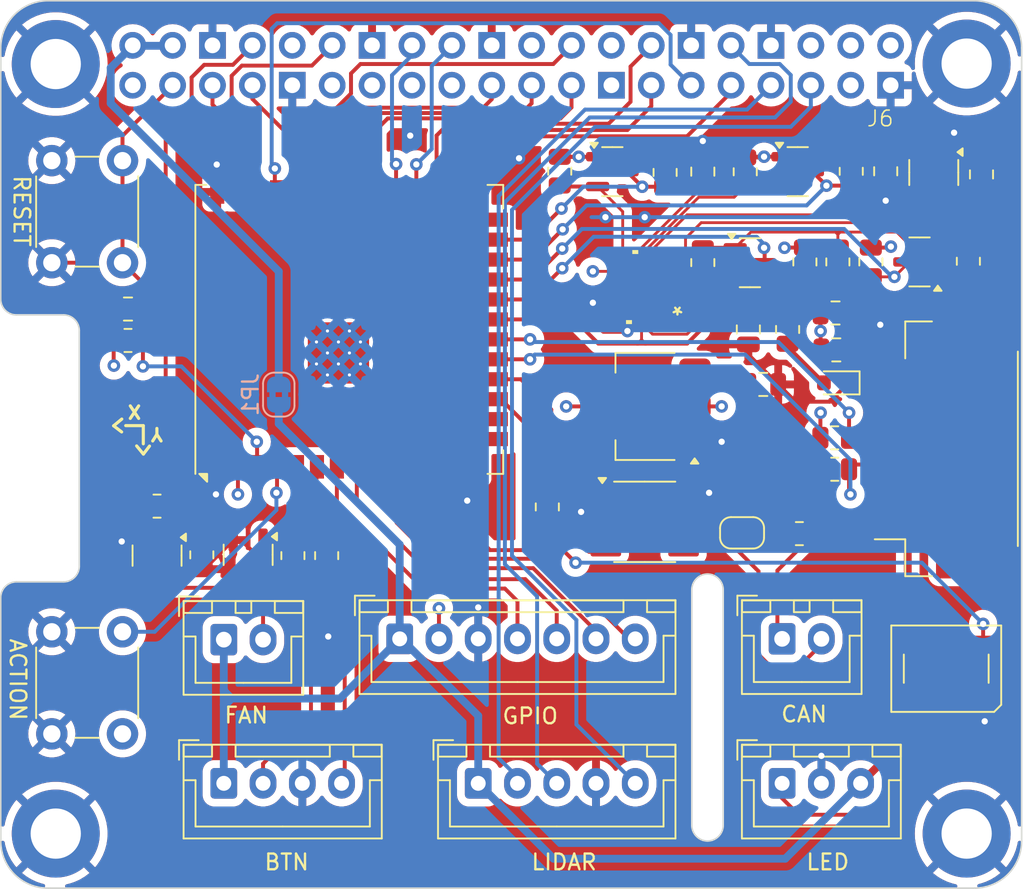
<source format=kicad_pcb>
(kicad_pcb (version 20240108) (generator "pcbnew") (generator_version "8.0")
  (layers (0 "F.Cu" signal) (1 "In1.Cu" signal) (2 "In2.Cu" signal) (31 "B.Cu" mixed) (34 "B.Paste" user) (35 "F.Paste" user) (36 "B.SilkS" user "B.Silkscreen") (37 "F.SilkS" user "F.Silkscreen") (38 "B.Mask" user) (39 "F.Mask" user) (44 "Edge.Cuts" user))
  (net 0 "")
  (net 1 "GND")
  (net 2 "/EN")
  (net 3 "+3.3V")
  (net 4 "+5V")
  (net 5 "Net-(U5-REGOUT)")
  (net 6 "+1V8")
  (net 7 "Net-(D1-DOUT)")
  (net 8 "/GPIO_LED")
  (net 9 "Net-(J1-Pin_1)")
  (net 10 "Net-(J1-Pin_2)")
  (net 12 "/IMU/INT_1.8V")
  (net 13 "/IMU/SDO{slash}ADR_1.8V")
  (net 14 "/IMU/SDI{slash}SDA_1.8V")
  (net 15 "/IMU/SCK{slash}SCL_1.8V")
  (net 16 "Net-(U2-TXD)")
  (net 19 "/GPIO_ACTION")
  (net 20 "/IMU_CS")
  (net 21 "/I2C_SCL")
  (net 22 "/I2C_SDA")
  (net 23 "/IMU_INT")
  (net 24 "/IMU_SDO")
  (net 25 "/IMU_SDA")
  (net 26 "/IMU_SCL")
  (net 27 "/CAN_TX")
  (net 28 "/CAN_RX")
  (net 43 "Net-(JP3-A)")
  (net 44 "/JTAG_MTCK")
  (net 49 "/UART3_TX")
  (net 50 "/RPI_PWR")
  (net 51 "/UART2_TX")
  (net 53 "/UART3_RX")
  (net 54 "/UART3_RTS")
  (net 57 "/MOTORCTL")
  (net 60 "/JTAG_MTDI")
  (net 61 "/JTAG_MTDO")
  (net 62 "/JTAG_MTMS")
  (net 65 "/UART2_RX")
  (net 68 "/RESERVE1")
  (net 69 "/DATA1")
  (net 70 "/DATA3")
  (net 71 "/DATA0")
  (net 72 "/DATA2")
  (net 73 "/BTN_OUT")
  (net 74 "/RESERVE0")
  (net 75 "Net-(JP1-A)")
  (net 76 "/UART5_RX")
  (net 77 "/UART5_TX")
  (net 79 "/RPI_EN")
  (net 81 "/BTN_LED_5V")
  (net 82 "/BTN_LED")
  (net 83 "Net-(D2-A)")
  (net 86 "/FAN_PWM")
  (net 87 "Net-(D3-A)")
  (net 88 "Net-(Q4-G)")
  (net 89 "Net-(Q6-G)")
  (footprint "Resistor_SMD:R_0805_2012Metric" (layer "F.Cu") (at 124.896 102.30375 90)
    (property "Reference" "R4" (hide yes))
    (property "Value" "10k" (hide yes))
  )
  (footprint "Jumper:SolderJumper-2_P1.3mm_Open_RoundedPad1.0x1.5mm" (layer "F.Cu") (at 153.496 100.85375 180)
    (property "Reference" "JP3" (hide yes))
    (property "Value" "Jumper_2_Bridged" (hide yes))
  )
  (footprint "Connector_Molex:Molex_CLIK-Mate_502494-0670_1x06-1MP_P2.00mm_Horizontal" (layer "F.Cu") (at 165.796 95.50375 90)
    (property "Reference" "J3" (hide yes))
    (property "Value" "5024940670" (hide yes))
  )
  (footprint "Resistor_SMD:R_0805_2012Metric" (layer "F.Cu") (at 114.396 88.60375)
    (property "Reference" "R1" (hide yes))
    (property "Value" "10k" (hide yes))
  )
  (footprint "Resistor_SMD:R_0805_2012Metric" (layer "F.Cu") (at 159.396 96.80375 180)
    (property "Reference" "R10" (hide yes))
    (property "Value" "4.7k" (hide yes))
  )
  (footprint "Resistor_SMD:R_0805_2012Metric" (layer "F.Cu") (at 161.696 83.60375 -90)
    (property "Reference" "R16" (hide yes))
    (property "Value" "10k" (hide yes))
  )
  (footprint "Button_Switch_THT:SW_PUSH_6mm_H5mm" (layer "F.Cu") (at 109.546 113.65375 90)
    (property "Reference" "ACTION1" (hide yes))
    (property "Value" "SW_MEC_5E" (hide yes))
  )
  (footprint "LED_SMD:LED_0603_1608Metric" (layer "F.Cu") (at 159.496 91.30375 180)
    (property "Reference" "D2" (hide yes))
    (property "Value" "LED" (hide yes))
  )
  (footprint "Package_TO_SOT_SMD:SOT-23" (layer "F.Cu") (at 145.236 77.85375)
    (property "Reference" "Q1" (hide yes))
    (property "Value" "AO3400A" (hide yes))
  )
  (footprint "Capacitor_SMD:C_0805_2012Metric" (layer "F.Cu") (at 154.846 91.40375)
    (property "Reference" "C3" (hide yes))
    (property "Value" "10uF" (hide yes))
  )
  (footprint "local:QFN24_3X3X0P9_IVS" (layer "F.Cu") (at 146.896 85.20375 180)
    (property "Reference" "U5" (hide yes))
    (property "Value" "ICM-20948" (hide yes))
  )
  (footprint "Package_TO_SOT_SMD:SOT-23" (layer "F.Cu") (at 157.0385 77.85375)
    (property "Reference" "Q2" (hide yes))
    (property "Value" "AO3400A" (hide yes))
  )
  (footprint "Package_TO_SOT_SMD:SOT-23" (layer "F.Cu") (at 164.796 83.60375 180)
    (property "Reference" "Q3" (hide yes))
    (property "Value" "AO3400A" (hide yes))
  )
  (footprint "Connector_JST:JST_XH_B2B-XH-A_1x02_P2.50mm_Vertical" (layer "F.Cu") (at 120.496 107.65375)
    (property "Reference" "J8" (hide yes))
    (property "Value" "Conn_01x03")
  )
  (footprint "LED_SMD:LED_WS2812B_PLCC4_5.0x5.0mm_P3.2mm" (layer "F.Cu") (at 166.496 109.50375)
    (property "Reference" "D1" (hide yes))
    (property "Value" "WS2812B" (hide yes))
  )
  (footprint "Resistor_SMD:R_0805_2012Metric" (layer "F.Cu") (at 160.4485 77.83375 -90)
    (property "Reference" "R13" (hide yes))
    (property "Value" "4.7k" (hide yes))
  )
  (footprint "Package_TO_SOT_SMD:SOT-223-3_TabPin2" (layer "F.Cu") (at 147.346 92.80375 180)
    (property "Reference" "U1" (hide yes))
    (property "Value" "AMS1117-3.3" (hide yes))
  )
  (footprint "Resistor_SMD:R_0805_2012Metric" (layer "F.Cu") (at 148.596 77.90375 -90)
    (property "Reference" "R19" (hide yes))
    (property "Value" "4.7k" (hide yes))
  )
  (footprint "footprints:RPI_Hat_B+" (layer "F.Cu") (at 138.796 70.97575)
    (property "Reference" "J6")
    (property "Value" "RPi_GPIO")
    (fp_line (start -32.5 -1) (end -32.5 15) (stroke (width 0.1)) (layer "Edge.Cuts"))
    (fp_line (start -32.5 34) (end -32.5 49.5) (stroke (width 0.1)) (layer "Edge.Cuts"))
    (fp_line (start -31.5 16) (end -28.5 16) (stroke (width 0.1)) (layer "Edge.Cuts"))
    (fp_line (start -31.5 33) (end -28.5 33) (stroke (width 0.1)) (layer "Edge.Cuts"))
    (fp_line (start -29.5 -4) (end 29.5 -4) (stroke (width 0.1)) (layer "Edge.Cuts"))
    (fp_line (start -29.5 52.5) (end 29.5 52.5) (stroke (width 0.1)) (layer "Edge.Cuts"))
    (fp_line (start -27.5 17) (end -27.5 32) (stroke (width 0.1)) (layer "Edge.Cuts"))
    (fp_line (start 11.5 33.5) (end 11.5 48.5) (stroke (width 0.1)) (layer "Edge.Cuts"))
    (fp_line (start 13.5 33.5) (end 13.5 48.5) (stroke (width 0.1)) (layer "Edge.Cuts"))
    (fp_line (start 32.5 -1) (end 32.5 49.5) (stroke (width 0.1)) (layer "Edge.Cuts"))
    (fp_arc (start -32.5 -1) (mid -31.62132 -3.12132) (end -29.5 -4) (stroke (width 0.1)) (layer "Edge.Cuts"))
    (fp_arc (start -32.5 34) (mid -32.207107 33.292893) (end -31.5 33) (stroke (width 0.1)) (layer "Edge.Cuts"))
    (fp_arc (start -31.5 16) (mid -32.207107 15.707107) (end -32.5 15) (stroke (width 0.1)) (layer "Edge.Cuts"))
    (fp_arc (start -29.5 52.5) (mid -31.62132 51.62132) (end -32.5 49.5) (stroke (width 0.1)) (layer "Edge.Cuts"))
    (fp_arc (start -28.5 16) (mid -27.792893 16.292893) (end -27.5 17) (stroke (width 0.1)) (layer "Edge.Cuts"))
    (fp_arc (start -27.5 32) (mid -27.792893 32.707107) (end -28.5 33) (stroke (width 0.1)) (layer "Edge.Cuts"))
    (fp_arc (start 11.5 33.5) (mid 12.5 32.5) (end 13.5 33.5) (stroke (width 0.1)) (layer "Edge.Cuts"))
    (fp_arc (start 13.5 48.5) (mid 12.5 49.5) (end 11.5 48.5) (stroke (width 0.1)) (layer "Edge.Cuts"))
    (fp_arc (start 29.5 -4) (mid 31.62132 -3.12132) (end 32.5 -1) (stroke (width 0.1)) (layer "Edge.Cuts"))
    (fp_arc (start 32.5 49.5) (mid 31.62132 51.62132) (end 29.5 52.5) (stroke (width 0.1)) (layer "Edge.Cuts"))
    (fp_circle (center -29 0) (end -30.500001 -0.000001) (stroke (width 0.05)) (fill none) (layer "Edge.Cuts"))
    (fp_circle (center -29 49) (end -30.500001 49.000001) (stroke (width 0.05)) (fill none) (layer "Edge.Cuts"))
    (fp_circle (center 29 0) (end 30.500001 -0.000001) (stroke (width 0.05)) (fill none) (layer "Edge.Cuts"))
    (fp_circle (center 29 49) (end 30.500001 49.000001) (stroke (width 0.05)) (fill none) (layer "Edge.Cuts"))
  )
  (footprint "Resistor_SMD:R_0805_2012Metric" (layer "F.Cu") (at 159.396 94.80375 180)
    (property "Reference" "R9" (hide yes))
    (property "Value" "4.7k" (hide yes))
  )
  (footprint "MountingHole:MountingHole_3.2mm_M3_DIN965_Pad" (layer "F.Cu") (at 167.796 70.97575)
    (property "Reference" "H3" (hide yes))
    (property "Value" "MountingHole_Pad" (hide yes))
  )
  (footprint "Resistor_SMD:R_0805_2012Metric" (layer "F.Cu") (at 167.906 83.56125 90)
    (property "Reference" "R18" (hide yes))
    (property "Value" "10k" (hide yes))
  )
  (footprint "Resistor_SMD:R_0805_2012Metric" (layer "F.Cu") (at 159.596 83.60375 -90)
    (property "Reference" "R11" (hide yes))
    (property "Value" "10k" (hide yes))
  )
  (footprint "MountingHole:MountingHole_3.2mm_M3_DIN965_Pad" (layer "F.Cu") (at 109.796 71.00375)
    (property "Reference" "H1" (hide yes))
    (property "Value" "MountingHole_Pad" (hide yes))
  )
  (footprint "Capacitor_SMD:C_0805_2012Metric" (layer "F.Cu") (at 150.996 77.85375 90)
    (property "Reference" "C5" (hide yes))
    (property "Value" "0.1uF" (hide yes))
  )
  (footprint "MountingHole:MountingHole_3.2mm_M3_DIN965_Pad" (layer "F.Cu") (at 167.796 120.00375)
    (property "Reference" "H4" (hide yes))
    (property "Value" "MountingHole_Pad" (hide yes))
  )
  (footprint "Capacitor_SMD:C_0805_2012Metric" (layer "F.Cu") (at 168.74175 78.031 -90)
    (property "Reference" "C13" (hide yes))
    (property "Value" "1uF" (hide yes))
  )
  (footprint "Package_TO_SOT_SMD:SOT-23" (layer "F.Cu") (at 122.046 102.25375 -90)
    (property "Reference" "Q4" (hide yes))
    (property "Value" "AO3400A" (hide yes))
  )
  (footprint "Button_Switch_THT:SW_PUSH_6mm_H5mm" (layer "F.Cu") (at 109.546 83.65375 90)
    (property "Reference" "RESET1" (hide yes))
    (property "Value" "SW_MEC_5E" (hide yes))
  )
  (footprint "Capacitor_SMD:C_0805_2012Metric" (layer "F.Cu") (at 153.896 87.90375 -90)
    (property "Reference" "C4" (hide yes))
    (property "Value" "10uF" (hide yes))
  )
  (footprint "Resistor_SMD:R_0805_2012Metric" (layer "F.Cu") (at 141.886 77.82375 -90)
    (property "Reference" "R12" (hide yes))
    (property "Value" "4.7k" (hide yes))
  )
  (footprint "Connector_JST:JST_XH_B7B-XH-A_1x07_P2.50mm_Vertical" (layer "F.Cu") (at 131.696 107.60375)
    (property "Reference" "J2" (hide yes))
    (property "Value" "Conn_01x06" (hide yes))
  )
  (footprint "Capacitor_SMD:C_0805_2012Metric" (layer "F.Cu") (at 162.64175 77.831 -90)
    (property "Reference" "C12" (hide yes))
    (property "Value" "1uF" (hide yes))
  )
  (footprint "Package_SO:SOIC-8_3.9x4.9mm_P1.27mm" (layer "F.Cu") (at 147.296 100.15375)
    (property "Reference" "U2" (hide yes))
    (property "Value" "TJA1051T" (hide yes))
  )
  (footprint "RF_Module:ESP32-S3-WROOM-1U" (layer "F.Cu") (at 128.486 87.899356 90)
    (property "Reference" "U6" (hide yes))
    (property "Value" "ESP32-S3-WROOM-1" (hide yes))
  )
  (footprint "Resistor_SMD:R_0805_2012Metric" (layer "F.Cu") (at 141.096 99.20375 90)
    (property "Reference" "R3" (hide yes))
    (property "Value" "4k7")
  )
  (footprint "Resistor_SMD:R_0805_2012Metric" (layer "F.Cu") (at 153.6985 77.86375 -90)
    (property "Reference" "R14" (hide yes))
    (property "Value" "4.7k" (hide yes))
  )
  (footprint "Connector_JST:JST_XH_B3B-XH-A_1x03_P2.50mm_Vertical" (layer "F.Cu") (at 156.046 116.80375)
    (property "Reference" "J5" (hide yes))
    (property "Value" "Conn_01x03" (hide yes))
  )
  (footprint "Resistor_SMD:R_0805_2012Metric" (layer "F.Cu") (at 156.396 87.90375 -90)
    (property "Reference" "R5" (hide yes))
    (property "Value" "5.1k" (hide yes))
  )
  (footprint "Connector_JST:JST_XH_B5B-XH-A_1x05_P2.50mm_Vertical" (layer "F.Cu") (at 136.696 116.80375)
    (property "Reference" "J4" (hide yes))
    (property "Value" "Lidar")
  )
  (footprint "Connector_JST:JST_XH_B2B-XH-A_1x02_P2.50mm_Vertical" (layer "F.Cu") (at 156.046 107.60375)
    (property "Reference" "J1" (hide yes))
    (property "Value" "Conn_01x02" (hide yes))
  )
  (footprint "Resistor_SMD:R_0805_2012Metric" (layer "F.Cu") (at 119.096 102.25375 90)
    (property "Reference" "R6" (hide yes))
    (property "Value" "10k" (hide yes))
  )
  (footprint "MountingHole:MountingHole_3.2mm_M3_DIN965_Pad" (layer "F.Cu") (at 109.796 120.00375)
    (property "Reference" "H2" (hide yes))
    (property "Value" "MountingHole_Pad" (hide yes))
  )
  (footprint "Package_TO_SOT_SMD:SOT-23" (layer "F.Cu") (at 116.246 102.30375 -90)
    (property "Reference" "Q6" (hide yes))
    (property "Value" "AO3400A" (hide yes))
  )
  (footprint "Capacitor_SMD:C_0805_2012Metric" (layer "F.Cu") (at 159.446 86.85375 180)
    (property "Reference" "C6" (hide yes))
    (property "Value" "0.1uF" (hide yes))
  )
  (footprint "Connector_JST:JST_XH_B4B-XH-A_1x04_P2.50mm_Vertical" (layer "F.Cu") (at 120.496 116.80375)
    (property "Reference" "J7" (hide yes))
    (property "Value" "Conn_01x04" (hide yes))
  )
  (footprint "Resistor_SMD:R_0805_2012Metric" (layer "F.Cu") (at 157.146 100.90375 180)
    (property "Reference" "R2" (hide yes))
    (property "Value" "120" (hide yes))
  )
  (footprint "Package_TO_SOT_SMD:SOT-23" (layer "F.Cu") (at 153.996 83.65375)
    (property "Reference" "Q5" (hide yes))
    (property "Value" "AO3400A" (hide yes))
  )
  (footprint "Resistor_SMD:R_0805_2012Metric" (layer "F.Cu") (at 150.996 83.645 -90)
    (property "Reference" "R17" (hide yes))
    (property "Value" "10k" (hide yes))
  )
  (footprint "Resistor_SMD:R_0805_2012Metric" (layer "F.Cu") (at 127.046 102.30375 90)
    (property "Reference" "R8" (hide yes))
    (property "Value" "220" (hide yes))
  )
  (footprint "Package_TO_SOT_SMD:SOT-23-5" (layer "F.Cu") (at 165.70175 77.911 -90)
    (property "Reference" "U7" (hide yes))
    (property "Value" "TLV70018_SOT23-5" (hide yes))
  )
  (footprint "Resistor_SMD:R_0805_2012Metric" (layer "F.Cu") (at 157.496 83.60375 -90)
    (property "Reference" "R20" (hide yes))
    (property "Value" "10k" (hide yes))
  )
  (footprint "Resistor_SMD:R_0805_2012Metric" (layer "F.Cu") (at 116.246 99.15375 180)
    (property "Reference" "R7" (hide yes))
    (property "Value" "220" (hide yes))
  )
  (footprint "Capacitor_SMD:C_0805_2012Metric" (layer "F.Cu") (at 159.496 89.20375 180)
    (property "Reference" "C2" (hide yes))
    (property "Value" "10uF" (hide yes))
  )
  (footprint "Capacitor_SMD:C_0805_2012Metric" (layer "F.Cu") (at 114.396 86.60375 180)
    (property "Reference" "C1" (hide yes))
    (property "Value" "0.1uF" (hide yes))
  )
  (footprint "Jumper:SolderJumper-2_P1.3mm_Bridged2Bar_RoundedPad1.0x1.5mm" (layer "B.Cu") (at 123.996 92.05375 -90)
    (property "Reference" "JP1")
    (property "Value" "SolderJumper_2_Open" (hide yes))
  )
  (gr_line (start 113.481 94.03875) (end 113.991 94.42875) (stroke (width 0.2)) (layer "F.SilkS"))
  (gr_line (start 115.376 95.83875) (end 115.766 95.32875) (stroke (width 0.2)) (layer "F.SilkS"))
  (gr_line (start 114.946 95.31875) (end 115.376 95.83875) (stroke (width 0.2)) (layer "F.SilkS"))
  (gr_line (start 114.001 93.60875) (end 113.481 94.03875) (stroke (width 0.2)) (layer "F.SilkS"))
  (gr_line (start 115.371 94.02875) (end 114.251 94.02625) (stroke (width 0.2)) (layer "F.SilkS"))
  (gr_line (start 115.371 94.02875) (end 115.371 95.18375) (stroke (width 0.2)) (layer "F.SilkS"))
  (gr_text "LED" (at 157.496 122.40375 0) (layer "F.SilkS") (effects (font (size 1 1)) (justify left bottom)))
  (gr_text "LIDAR" (at 139.996 122.40375 0) (layer "F.SilkS") (effects (font (size 1 1)) (justify left bottom)))
  (gr_text "ACTION" (at 106.796 107.50375 270) (layer "F.SilkS") (effects (font (size 1 1)) (justify left bottom)))
  (gr_text "X" (at 115.321 93.67625 0) (layer "F.SilkS") (effects (font (size 0.8 0.8) (thickness 0.2) (bold yes)) (justify left bottom mirror)))
  (gr_text "BTN" (at 122.996 122.40375 0) (layer "F.SilkS") (effects (font (size 1 1)) (justify left bottom)))
  (gr_text "Y" (at 115.761 94.09625 180) (layer "F.SilkS") (effects (font (size 0.8 0.8) (thickness 0.2) (bold yes)) (justify left bottom mirror)))
  (gr_text "FAN" (at 120.446 113.05375 0) (layer "F.SilkS") (effects (font (size 1 1)) (justify left bottom)))
  (gr_text "GPIO" (at 138.146 113.10375 0) (layer "F.SilkS") (effects (font (size 1 1)) (justify left bottom)))
  (gr_text "RESET" (at 107.046 78.00375 270) (layer "F.SilkS") (effects (font (size 1 1)) (justify left bottom)))
  (segment (start 121.6085 101.31625) (end 123.5085 103.21625) (width 0.25) (layer "F.Cu") (net 1))
  (segment (start 120.076 77.43375) (end 120.076 79.149356) (width 0.25) (layer "F.Cu") (net 1))
  (segment (start 123.5085 103.21625) (end 124.896 103.21625) (width 0.25) (layer "F.Cu") (net 1))
  (segment (start 121.096 101.31625) (end 119.246 103.16625) (width 0.25) (layer "F.Cu") (net 1))
  (segment (start 168.946 111.15375) (end 168.946 112.85375) (width 0.25) (layer "F.Cu") (net 1))
  (segment (start 160.446 89.20375) (end 160.296 89.35375) (width 0.25) (layer "F.Cu") (net 1))
  (segment (start 160.2835 91.30375) (end 161.0835 90.50375) (width 0.25) (layer "F.Cu") (net 1))
  (segment (start 149.771 98.24875) (end 151.341 98.24875) (width 0.25) (layer "F.Cu") (net 1))
  (segment (start 143.996 86.20375) (end 143.996001 86.203751) (width 0.18) (layer "F.Cu") (net 1))
  (segment (start 162.296 89.50375) (end 163.296 90.50375) (width 0.5) (layer "F.Cu") (net 1))
  (segment (start 115.743672 101.36625) (end 115.296 101.36625) (width 0.25) (layer "F.Cu") (net 1))
  (segment (start 165.92475 75.375) (end 165.70175 75.598) (width 0.25) (layer "F.Cu") (net 1))
  (segment (start 160.296 89.35375) (end 160.296 89.60375) (width 0.25) (layer "F.Cu") (net 1))
  (segment (start 160.446 89.20375) (end 161.996 89.20375) (width 0.25) (layer "F.Cu") (net 1))
  (segment (start 113.446 86.60375) (end 113.446 85.85375) (width 0.25) (layer "F.Cu") (net 1))
  (segment (start 146.196 88.00375) (end 146.296001 87.903749) (width 0.18) (layer "F.Cu") (net 1))
  (segment (start 155.796 91.40375) (end 153.896 89.50375) (width 0.25) (layer "F.Cu") (net 1))
  (segment (start 143.996001 86.203751) (end 145.3744 86.203751) (width 0.18) (layer "F.Cu") (net 1))
  (segment (start 150.996 75.90375) (end 150.996 76.90375) (width 0.18) (layer "F.Cu") (net 1))
  (segment (start 166.996 75.375) (end 167.66725 75.375) (width 0.25) (layer "F.Cu") (net 1))
  (segment (start 119.996 98.40375) (end 120.076 98.32375) (width 0.25) (layer "F.Cu") (net 1))
  (segment (start 165.70175 75.598) (end 165.70175 76.7735) (width 0.25) (layer "F.Cu") (net 1))
  (segment (start 153.896 89.50375) (end 153.896 88.85375) (width 0.25) (layer "F.Cu") (net 1))
  (segment (start 162.296 87.60375) (end 162.296 89.50375) (width 0.5) (layer "F.Cu") (net 1))
  (segment (start 119.246 103.16625) (end 119.096 103.16625) (width 0.25) (layer "F.Cu") (net 1))
  (segment (start 167.66725 75.375) (end 168.74175 76.4495) (width 0.25) (layer "F.Cu") (net 1))
  (segment (start 155.796 91.40375) (end 156.896 92.50375) (width 0.25) (layer "F.Cu") (net 1))
  (segment (start 143.246 99.51875) (end 144.821 99.51875) (width 0.25) (layer "F.Cu") (net 1))
  (segment (start 120.046 77.40375) (end 120.076 77.43375) (width 0.25) (layer "F.Cu") (net 1))
  (segment (start 111.246 83.65375) (end 109.546 83.65375) (width 0.25) (layer "F.Cu") (net 1))
  (segment (start 162.64175 79.70375) (end 162.64175 78.781) (width 0.25) (layer "F.Cu") (net 1))
  (segment (start 158.546 116.80375) (end 158.546 115.05375) (width 0.25) (layer "F.Cu") (net 1))
  (segment (start 161.996 89.20375) (end 162.296 89.50375) (width 0.25) (layer "F.Cu") (net 1))
  (segment (start 161.646 86.95375) (end 160.296 86.95375) (width 0.25) (layer "F.Cu") (net 1))
  (segment (start 150.496 95.10375) (end 152.146 95.10375) (width 0.25) (layer "F.Cu") (net 1))
  (segment (start 114.0335 101.36625) (end 113.996 101.40375) (width 0.25) (layer "F.Cu") (net 1))
  (segment (start 136.696 107.60375) (end 136.696 105.60375) (width 0.25) (layer "F.Cu") (net 1))
  (segment (start 117.543672 103.16625) (end 115.743672 101.36625) (width 0.25) (layer "F.Cu") (net 1))
  (segment (start 119.096 103.16625) (end 117.543672 103.16625) (width 0.25) (layer "F.Cu") (net 1))
  (segment (start 166.996 75.375) (end 165.92475 75.375) (width 0.25) (layer "F.Cu") (net 1))
  (segment (start 159.0835 92.50375) (end 160.2835 91.30375) (width 0.25) (layer "F.Cu") (net 1))
  (segment (start 162.296 87.60375) (end 161.646 86.95375) (width 0.25) (layer "F.Cu") (net 1))
  (segment (start 113.446 85.85375) (end 111.246 83.65375) (width 0.25) (layer "F.Cu") (net 1))
  (segment (start 120.076 98.32375) (end 120.076 96.649356) (width 0.25) (layer "F.Cu") (net 1))
  (segment (start 152.146 95.10375) (end 152.196 95.05375) (width 0.25) (layer "F.Cu") (net 1))
  (segment (start 121.096 101.31625) (end 121.6085 101.31625) (width 0.25) (layer "F.Cu") (net 1))
  (segment (start 124.896 103.21625) (end 125.1585 103.21625) (width 0.25) (layer "F.Cu") (net 1))
  (segment (start 161.0835 90.50375) (end 163.296 90.50375) (width 0.25) (layer "F.Cu") (net 1))
  (segment (start 115.296 101.36625) (end 114.0335 101.36625) (width 0.25) (layer "F.Cu") (net 1))
  (segment (start 168.74175 76.4495) (end 168.74175 77.081) (width 0.25) (layer "F.Cu") (net 1))
  (segment (start 151.341 98.24875) (end 151.396 98.30375) (width 0.25) (layer "F.Cu") (net 1))
  (segment (start 156.896 92.50375) (end 159.0835 92.50375) (width 0.25) (layer "F.Cu") (net 1))
  (segment (start 146.296001 87.903749) (end 146.296001 86.72535) (width 0.18) (layer "F.Cu") (net 1))
  (segment (start 163.296 92.50375) (end 163.296 90.50375) (width 0.5) (layer "F.Cu") (net 1))
  (segment (start 160.296 86.95375) (end 160.396 86.85375) (width 0.25) (layer "F.Cu") (net 1))
  (via (at 147.296 80.75375) (size 0.8) (drill 0.4) (layers "F.Cu" "B.Cu") (net 1))
  (via (at 120.046 77.40375) (size 0.8) (drill 0.4) (layers "F.Cu" "B.Cu") (net 1))
  (via (at 162.296 87.60375) (size 0.8) (drill 0.4) (layers "F.Cu" "B.Cu") (net 1))
  (via (at 144.796 80.75375) (size 0.8) (drill 0.4) (layers "F.Cu" "B.Cu") (net 1))
  (via (at 143.246 99.51875) (size 0.8) (drill 0.4) (layers "F.Cu" "B.Cu") (net 1))
  (via (at 150.996 75.90375) (size 0.8) (drill 0.4) (layers "F.Cu" "B.Cu") (net 1))
  (via (at 152.196 95.05375) (size 0.8) (drill 0.4) (layers "F.Cu" "B.Cu") (net 1))
  (via (at 162.64175 79.70375) (size 0.8) (drill 0.4) (layers "F.Cu" "B.Cu") (net 1))
  (via (at 135.996 98.80375) (size 0.8) (drill 0.4) (layers "F.Cu" "B.Cu") (net 1))
  (via (at 168.946 112.85375) (size 0.8) (drill 0.4) (layers "F.Cu" "B.Cu") (net 1))
  (via (at 119.996 98.40375) (size 0.8) (drill 0.4) (layers "F.Cu" "B.Cu") (net 1))
  (via (at 127.146 107.45375) (size 0.8) (drill 0.4) (layers "F.Cu" "B.Cu") (net 1))
  (via (at 158.546 115.05375) (size 0.8) (drill 0.4) (layers "F.Cu" "B.Cu") (net 1))
  (via (at 132.366 75.56375) (size 0.8) (drill 0.4) (layers "F.Cu" "B.Cu") (net 1))
  (via (at 113.996 101.40375) (size 0.8) (drill 0.4) (layers "F.Cu" "B.Cu") (net 1))
  (via (at 146.196 88.00375) (size 0.8) (drill 0.4) (layers "F.Cu" "B.Cu") (net 1))
  (via (at 151.396 98.30375) (size 0.8) (drill 0.4) (layers "F.Cu" "B.Cu") (net 1))
  (via (at 143.996 86.20375) (size 0.8) (drill 0.4) (layers "F.Cu" "B.Cu") (net 1))
  (via (at 136.696 105.60375) (size 0.8) (drill 0.4) (layers "F.Cu" "B.Cu") (net 1))
  (via (at 166.996 75.375) (size 0.8) (drill 0.4) (layers "F.Cu" "B.Cu") (net 1))
  (via (at 139.296 77.00375) (size 0.8) (drill 0.4) (layers "F.Cu" "B.Cu") (net 1))
  (segment (start 114.046 77.15375) (end 114.046 75.57175) (width 0.25) (layer "F.Cu") (net 2))
  (segment (start 114.046 75.57175) (end 117.236 72.38175) (width 0.25) (layer "F.Cu") (net 2))
  (segment (start 122.616 96.649356) (end 122.616 97.009356) (width 0.25) (layer "F.Cu") (net 2))
  (segment (start 115.346 86.60375) (end 115.346 88.56625) (width 0.25) (layer "F.Cu") (net 2))
  (segment (start 115.346 90.25375) (end 115.346 88.64125) (width 0.25) (layer "F.Cu") (net 2))
  (segment (start 115.346 88.64125) (end 115.3085 88.60375) (width 0.25) (layer "F.Cu") (net 2))
  (segment (start 122.616 95.07375) (end 122.596 95.05375) (width 0.25) (layer "F.Cu") (net 2))
  (segment (start 114.046 83.65375) (end 114.046 77.15375) (width 0.25) (layer "F.Cu") (net 2))
  (segment (start 115.346 88.56625) (end 115.3085 88.60375) (width 0.25) (layer "F.Cu") (net 2))
  (segment (start 115.346 84.95375) (end 115.346 86.60375) (width 0.25) (layer "F.Cu") (net 2))
  (segment (start 122.616 96.649356) (end 122.616 95.07375) (width 0.25) (layer "F.Cu") (net 2))
  (segment (start 114.046 83.65375) (end 115.346 84.95375) (width 0.25) (layer "F.Cu") (net 2))
  (via (at 122.596 95.05375) (size 0.8) (drill 0.4) (layers "F.Cu" "B.Cu") (net 2))
  (via (at 115.346 90.25375) (size 0.8) (drill 0.4) (layers "F.Cu" "B.Cu") (net 2))
  (segment (start 117.796 90.25375) (end 115.346 90.25375) (width 0.25) (layer "B.Cu") (net 2))
  (segment (start 122.596 95.05375) (end 117.796 90.25375) (width 0.25) (layer "B.Cu") (net 2))
  (segment (start 158.4835 94.80375) (end 158.4835 93.21625) (width 0.25) (layer "F.Cu") (net 3))
  (segment (start 158.4835 94.80375) (end 158.4835 96.80375) (width 0.25) (layer "F.Cu") (net 3))
  (segment (start 154.8485 76.95125) (end 153.6985 76.95125) (width 0.25) (layer "F.Cu") (net 3))
  (segment (start 156.101 76.90375) (end 153.746 76.90375) (width 0.25) (layer "F.Cu") (net 3))
  (segment (start 143.996 84.20375) (end 143.996001 84.203749) (width 0.18) (layer "F.Cu") (net 3))
  (segment (start 156.396 86.99125) (end 153.9335 86.99125) (width 0.25) (layer "F.Cu") (net 3))
  (segment (start 153.9335 86.99125) (end 153.896 86.95375) (width 0.25) (layer "F.Cu") (net 3))
  (segment (start 158.496 88.00375) (end 158.496 89.15375) (width 0.25) (layer "F.Cu") (net 3))
  (segment (start 158.4835 94.80375) (end 158.4835 94.70375) (width 0.25) (layer "F.Cu") (net 3))
  (segment (start 164.64425 76.881) (end 162.64175 76.881) (width 0.25) (layer "F.Cu") (net 3))
  (segment (start 162.64175 76.881) (end 160.48875 76.881) (width 0.25) (layer "F.Cu") (net 3))
  (segment (start 158.4835 94.70375) (end 158.3835 94.60375) (width 0.25) (layer "F.Cu") (net 3))
  (segment (start 134.196 107.60375) (end 134.196 105.65375) (width 0.25) (layer "F.Cu") (net 3))
  (segment (start 164.75175 76.7735) (end 164.64425 76.881) (width 0.25) (layer "F.Cu") (net 3))
  (segment (start 153.746 76.90375) (end 153.6985 76.95125) (width 0.25) (layer "F.Cu") (net 3))
  (segment (start 121.396 96.699356) (end 121.346 96.649356) (width 0.25) (layer "F.Cu") (net 3))
  (segment (start 158.496 89.15375) (end 158.546 89.20375) (width 0.25) (layer "F.Cu") (net 3))
  (segment (start 157.496 82.69125) (end 156.2085 82.69125) (width 0.25) (layer "F.Cu") (net 3))
  (segment (start 158.4835 86.86625) (end 158.496 86.85375) (width 0.25) (layer "F.Cu") (net 3))
  (segment (start 166.23175 77.891) (end 165.06175 77.891) (width 0.25) (layer "F.Cu") (net 3))
  (segment (start 148.5185 76.91375) (end 148.596 76.99125) (width 0.25) (layer "F.Cu") (net 3))
  (segment (start 113.496 90.20375) (end 113.4835 90.19125) (width 0.25) (layer "F.Cu") (net 3))
  (segment (start 156.396 86.99125) (end 158.3585 86.99125) (width 0.25) (layer "F.Cu") (net 3))
  (segment (start 166.65175 76.7735) (end 166.65175 77.471) (width 0.25) (layer "F.Cu") (net 3))
  (segment (start 153.612252 76.865002) (end 153.6985 76.95125) (width 0.25) (layer "F.Cu") (net 3))
  (segment (start 166.65175 77.471) (end 166.23175 77.891) (width 0.25) (layer "F.Cu") (net 3))
  (segment (start 162.971 82.62875) (end 162.9085 82.69125) (width 0.25) (layer "F.Cu") (net 3))
  (segment (start 144.2985 76.90375) (end 144.291 76.91125) (width 0.25) (layer "F.Cu") (net 3))
  (segment (start 113.4835 90.19125) (end 113.4835 88.60375) (width 0.25) (layer "F.Cu") (net 3))
  (segment (start 156.2085 82.69125) (end 156.196 82.70375) (width 0.25) (layer "F.Cu") (net 3))
  (segment (start 143.996001 84.203749) (end 145.3744 84.203749) (width 0.18) (layer "F.Cu") (net 3))
  (segment (start 148.6285 77.02375) (end 148.596 76.99125) (width 0.25) (layer "F.Cu") (net 3))
  (segment (start 158.4835 87.99125) (end 158.4835 86.86625) (width 0.25) (layer "F.Cu") (net 3))
  (segment (start 144.291 76.91125) (end 141.886 76.91125) (width 0.25) (layer "F.Cu") (net 3))
  (segment (start 164.75175 77.581) (end 164.75175 76.7735) (width 0.25) (layer "F.Cu") (net 3))
  (segment (start 121.396 98.40375) (end 121.396 96.699356) (width 0.25) (layer "F.Cu") (net 3))
  (segment (start 158.546 89.20375) (end 158.396 89.35375) (width 0.25) (layer "F.Cu") (net 3))
  (segment (start 158.4835 93.21625) (end 158.496 93.20375) (width 0.25) (layer "F.Cu") (net 3))
  (segment (start 143.096 76.91125) (end 141.886 76.91125) (width 0.25) (layer "F.Cu") (net 3))
  (segment (start 154.896 76.90375) (end 154.8485 76.95125) (width 0.25) (layer "F.Cu") (net 3))
  (segment (start 158.496 88.00375) (end 158.4835 87.99125) (width 0.25) (layer "F.Cu") (net 3))
  (segment (start 160.431 76.90375) (end 160.4485 76.92125) (width 0.25) (layer "F.Cu") (net 3))
  (segment (start 144.2985 76.90375) (end 144.3085 76.91375) (width 0.25) (layer "F.Cu") (net 3))
  (segment (start 157.596 82.69125) (end 157.496 82.69125) (width 0.18) (layer "F.Cu") (net 3))
  (segment (start 156.101 76.90375) (end 160.431 76.90375) (width 0.25) (layer "F.Cu") (net 3))
  (segment (start 150.496 92.80375) (end 152.196 92.80375) (width 0.25) (layer "F.Cu") (net 3))
  (segment (start 165.06175 77.891) (end 164.75175 77.581) (width 0.25) (layer "F.Cu") (net 3))
  (segment (start 158.396 94.71625) (end 158.4835 94.80375) (width 0.25) (layer "F.Cu") (net 3))
  (segment (start 142.296 92.80375) (end 144.196 92.80375) (width 0.25) (layer "F.Cu") (net 3))
  (segment (start 158.3585 86.99125) (end 158.496 86.85375) (width 0.25) (layer "F.Cu") (net 3))
  (segment (start 144.3085 76.91375) (end 148.5185 76.91375) (width 0.25) (layer "F.Cu") (net 3))
  (segment (start 157.60625 82.681) (end 157.596 82.69125) (width 0.18) (layer "F.Cu") (net 3))
  (segment (start 160.48875 76.881) (end 160.4485 76.92125) (width 0.25) (layer "F.Cu") (net 3))
  (segment (start 162.9085 82.69125) (end 161.696 82.69125) (width 0.25) (layer "F.Cu") (net 3))
  (via (at 162.971 82.62875) (size 0.8) (drill 0.4) (layers "F.Cu" "B.Cu") (net 3))
  (via (at 121.396 98.40375) (size 0.8) (drill 0.4) (layers "F.Cu" "B.Cu") (net 3))
  (via (at 143.996 84.20375) (size 0.8) (drill 0.4) (layers "F.Cu" "B.Cu") (net 3))
  (via (at 158.496 93.20375) (size 0.8) (drill 0.4) (layers "F.Cu" "B.Cu") (net 3))
  (via (at 156.196 82.70375) (size 0.8) (drill 0.4) (layers "F.Cu" "B.Cu") (net 3))
  (via (at 158.496 88.00375) (size 0.8) (drill 0.4) (layers "F.Cu" "B.Cu") (net 3))
  (via (at 142.296 92.80375) (size 0.8) (drill 0.4) (layers "F.Cu" "B.Cu") (net 3))
  (via (at 152.196 92.80375) (size 0.8) (drill 0.4) (layers "F.Cu" "B.Cu") (net 3))
  (via (at 143.096 76.91125) (size 0.8) (drill 0.4) (layers "F.Cu" "B.Cu") (net 3))
  (via (at 154.896 76.90375) (size 0.8) (drill 0.4) (layers "F.Cu" "B.Cu") (net 3))
  (via (at 113.496 90.20375) (size 0.8) (drill 0.4) (layers "F.Cu" "B.Cu") (net 3))
  (via (at 134.196 105.65375) (size 0.8) (drill 0.4) (layers "F.Cu" "B.Cu") (net 3))
  (segment (start 163.246 100.45375) (end 163.296 100.50375) (width 0.5) (layer "F.Cu") (net 4))
  (segment (start 163.196 98.60375) (end 163.296 98.50375) (width 0.5) (layer "F.Cu") (net 4))
  (segment (start 161.046 116.80375) (end 161.296 116.80375) (width 0.5) (layer "F.Cu") (net 4))
  (segment (start 153.896 94.60375) (end 159.796 100.50375) (width 0.5) (layer "F.Cu") (net 4))
  (segment (start 150.496 90.50375) (end 152.996 90.50375) (width 0.5) (layer "F.Cu") (net 4))
  (segment (start 146.361 100.78875) (end 144.821 100.78875) (width 0.5) (layer "F.Cu") (net 4))
  (segment (start 161.046 116.80375) (end 161.196 116.80375) (width 0.25) (layer "F.Cu") (net 4))
  (segment (start 164.046 101.25375) (end 163.296 100.50375) (width 0.5) (layer "F.Cu") (net 4))
  (segment (start 159.796 100.50375) (end 163.296 100.50375) (width 0.5) (layer "F.Cu") (net 4))
  (segment (start 136.496 116.80375) (end 136.696 116.80375) (width 0.5) (layer "F.Cu") (net 4))
  (segment (start 163.296 98.50375) (end 163.196 98.40375) (width 0.5) (layer "F.Cu") (net 4))
  (segment (start 153.896 91.40375) (end 153.896 94.60375) (width 0.5) (layer "F.Cu") (net 4))
  (segment (start 161.046 116.80375) (end 162.246 115.60375) (width 0.5) (layer "F.Cu") (net 4))
  (segment (start 136.096 116.40375) (end 136.496 116.80375) (width 0.5) (layer "F.Cu") (net 4))
  (segment (start 162.246 115.60375) (end 162.246 109.65375) (width 0.5) (layer "F.Cu") (net 4))
  (segment (start 163.296 98.50375) (end 163.296 100.50375) (width 0.5) (layer "F.Cu") (net 4))
  (segment (start 147.596 92.60375) (end 147.596 99.55375) (width 0.5) (layer "F.Cu") (net 4))
  (segment (start 147.596 99.55375) (end 146.361 100.78875) (width 0.5) (layer "F.Cu") (net 4))
  (segment (start 164.046 107.85375) (end 164.046 101.25375) (width 0.5) (layer "F.Cu") (net 4))
  (segment (start 149.696 90.50375) (end 147.596 92.60375) (width 0.5) (layer "F.Cu") (net 4))
  (segment (start 150.496 90.50375) (end 149.696 90.50375) (width 0.5) (layer "F.Cu") (net 4))
  (segment (start 152.996 90.50375) (end 153.896 91.40375) (width 0.5) (layer "F.Cu") (net 4))
  (segment (start 120.496 116.80375) (end 120.496 115.90375) (width 0.25) (layer "F.Cu") (net 4))
  (segment (start 162.246 109.65375) (end 164.046 107.85375) (width 0.5) (layer "F.Cu") (net 4))
  (segment (start 123.996 92.70375) (end 123.996 93.90375) (width 0.5) (layer "B.Cu") (net 4))
  (segment (start 131.796 107.60375) (end 136.696 112.50375) (width 0.5) (layer "B.Cu") (net 4))
  (segment (start 161.046 116.80375) (end 156.246 121.60375) (width 0.5) (layer "B.Cu") (net 4))
  (segment (start 120.496 110.80375) (end 120.496 111.80375) (width 0.5) (layer "B.Cu") (net 4))
  (segment (start 120.496 110.80375) (end 120.496 110.90375) (width 0.5) (layer "B.Cu") (net 4))
  (segment (start 127.896 111.40375) (end 131.696 107.60375) (width 0.5) (layer "B.Cu") (net 4))
  (segment (start 120.496 110.90375) (end 120.996 111.40375) (width 0.5) (layer "B.Cu") (net 4))
  (segment (start 120.496 111.80375) (end 120.596 111.80375) (width 0.5) (layer "B.Cu") (net 4))
  (segment (start 131.696 107.60375) (end 131.796 107.60375) (width 0.5) (layer "B.Cu") (net 4))
  (segment (start 120.496 111.40375) (end 120.996 111.40375) (width 0.5) (layer "B.Cu") (net 4))
  (segment (start 120.496 111.80375) (end 120.496 116.80375) (width 0.5) (layer "B.Cu") (net 4))
  (segment (start 136.696 112.50375) (end 136.696 116.80375) (width 0.5) (layer "B.Cu") (net 4))
  (segment (start 120.596 108.00375) (end 120.496 108.10375) (width 0.5) (layer "B.Cu") (net 4))
  (segment (start 156.246 121.60375) (end 141.496 121.60375) (width 0.5) (layer "B.Cu") (net 4))
  (segment (start 120.596 111.80375) (end 120.996 111.40375) (width 0.5) (layer "B.Cu") (net 4))
  (segment (start 141.496 121.60375) (end 136.696 116.80375) (width 0.5) (layer "B.Cu") (net 4))
  (segment (start 131.696 101.60375) (end 131.696 107.60375) (width 0.5) (layer "B.Cu") (net 4))
  (segment (start 123.996 93.90375) (end 131.696 101.60375) (width 0.5) (layer "B.Cu") (net 4))
  (segment (start 120.496 108.10375) (end 120.496 110.80375) (width 0.5) (layer "B.Cu") (net 4))
  (segment (start 120.996 111.40375) (end 127.896 111.40375) (width 0.5) (layer "B.Cu") (net 4))
  (segment (start 146.696 83.10375) (end 146.696 83.68215) (width 0.18) (layer "F.Cu") (net 5))
  (segment (start 150.996 78.80375) (end 146.696 83.10375) (width 0.18) (layer "F.Cu") (net 5))
  (segment (start 165.7335 84.55375) (end 167.826 84.55375) (width 0.25) (layer "F.Cu") (net 6))
  (segment (start 159.446 81.70375) (end 159.396 81.70375) (width 0.18) (layer "F.Cu") (net 6))
  (segment (start 147.495999 83.103751) (end 149.996 80.60375) (width 0.18) (layer "F.Cu") (net 6))
  (segment (start 168.67425 79.0485) (end 168.74175 78.981) (width 0.25) (layer "F.Cu") (net 6))
  (segment (start 153.0585 82.70375) (end 151.02475 82.70375) (width 0.25) (layer "F.Cu") (net 6))
  (segment (start 159.596 81.85375) (end 159.596 81.75375) (width 0.18) (layer "F.Cu") (net 6))
  (segment (start 169.241688 79.480938) (end 169.241688 83.138062) (width 0.25) (layer "F.Cu") (net 6))
  (segment (start 165.7335 84.09125) (end 163.346 81.70375) (width 0.18) (layer "F.Cu") (net 6))
  (segment (start 159.396 81.70375) (end 154.0585 81.70375) (width 0.18) (layer "F.Cu") (net 6))
  (segment (start 159.596 82.69125) (end 159.596 81.85375) (width 0.18) (layer "F.Cu") (net 6))
  (segment (start 151.02475 82.70375) (end 150.996 82.7325) (width 0.25) (layer "F.Cu") (net 6))
  (segment (start 159.746 81.70375) (end 159.646 81.70375) (width 0.18) (layer "F.Cu") (net 6))
  (segment (start 159.596 81.85375) (end 159.446 81.70375) (width 0.18) (layer "F.Cu") (net 6))
  (segment (start 147.495999 83.68215) (end 147.495999 83.103751) (width 0.18) (layer "F.Cu") (net 6))
  (segment (start 168.74175 78.981) (end 169.241688 79.480938) (width 0.25) (layer "F.Cu") (net 6))
  (segment (start 167.906 84.47375) (end 168.548 84.47375) (width 0.18) (layer "F.Cu") (net 6))
  (segment (start 163.346 81.70375) (end 159.746 81.70375) (width 0.18) (layer "F.Cu") (net 6))
  (segment (start 165.0965 80.60375) (end 166.65175 79.0485) (width 0.18) (layer "F.Cu") (net 6))
  (segment (start 166.65175 79.0485) (end 168.67425 79.0485) (width 0.25) (layer "F.Cu") (net 6))
  (segment (start 169.241688 83.138062) (end 167.906 84.47375) (width 0.25) (layer "F.Cu") (net 6))
  (segment (start 159.596 81.85375) (end 159.746 81.70375) (width 0.18) (layer "F.Cu") (net 6))
  (segment (start 165.7335 84.55375) (end 165.7335 84.09125) (width 0.18) (layer "F.Cu") (net 6))
  (segment (start 159.646 81.70375) (end 159.396 81.70375) (width 0.18) (layer "F.Cu") (net 6))
  (segment (start 154.0585 81.70375) (end 153.0585 82.70375) (width 0.18) (layer "F.Cu") (net 6))
  (segment (start 167.826 84.55375) (end 167.906 84.47375) (width 0.25) (layer "F.Cu") (net 6))
  (segment (start 149.996 80.60375) (end 165.0965 80.60375) (width 0.18) (layer "F.Cu") (net 6))
  (segment (start 159.596 81.75375) (end 159.646 81.70375) (width 0.18) (layer "F.Cu") (net 6))
  (segment (start 157.096 118.80375) (end 156.046 117.75375) (width 0.25) (layer "F.Cu") (net 7))
  (segment (start 164.046 111.15375) (end 164.046 117.40375) (width 0.25) (layer "F.Cu") (net 7))
  (segment (start 156.046 117.75375) (end 156.046 116.80375) (width 0.25) (layer "F.Cu") (net 7))
  (segment (start 164.046 117.40375) (end 162.646 118.80375) (width 0.25) (layer "F.Cu") (net 7))
  (segment (start 162.646 118.80375) (end 157.096 118.80375) (width 0.25) (layer "F.Cu") (net 7))
  (segment (start 142.896 102.75375) (end 142.096 101.95375) (width 0.25) (layer "F.Cu") (net 8))
  (segment (start 168.846 107.75375) (end 168.946 107.85375) (width 0.25) (layer "F.Cu") (net 8))
  (segment (start 134.046 96.649356) (end 134.046 98.55375) (width 0.25) (layer "F.Cu") (net 8))
  (segment (start 136.296 100.80375) (end 136.446 100.95375) (width 0.25) (layer "F.Cu") (net 8))
  (segment (start 142.096 101.95375) (end 137.446 101.95375) (width 0.25) (layer "F.Cu") (net 8))
  (segment (start 134.046 98.55375) (end 136.296 100.80375) (width 0.25) (layer "F.Cu") (net 8))
  (segment (start 168.846 106.65375) (end 168.846 107.75375) (width 0.25) (layer "F.Cu") (net 8))
  (segment (start 137.446 101.95375) (end 136.446 100.95375) (width 0.25) (layer "F.Cu") (net 8))
  (via (at 168.846 106.65375) (size 0.8) (drill 0.4) (layers "F.Cu" "B.Cu") (net 8))
  (via (at 142.896 102.75375) (size 0.8) (drill 0.4) (layers "F.Cu" "B.Cu") (net 8))
  (segment (start 142.896 102.75375) (end 164.946 102.75375) (width 0.25) (layer "B.Cu") (net 8))
  (segment (start 164.946 102.75375) (end 168.846 106.65375) (width 0.25) (layer "B.Cu") (net 8))
  (segment (start 155.746 107.30375) (end 156.046 107.60375) (width 0.25) (layer "F.Cu") (net 9))
  (segment (start 149.771 99.51875) (end 156.6735 99.51875) (width 0.25) (layer "F.Cu") (net 9))
  (segment (start 158.0585 100.90375) (end 158.0585 100.94125) (width 0.25) (layer "F.Cu") (net 9))
  (segment (start 155.746 103.25375) (end 155.746 107.30375) (width 0.25) (layer "F.Cu") (net 9))
  (segment (start 158.0585 100.94125) (end 155.746 103.25375) (width 0.25) (layer "F.Cu") (net 9))
  (segment (start 156.6735 99.51875) (end 158.0585 100.90375) (width 0.25) (layer "F.Cu") (net 9))
  (segment (start 149.771 100.78875) (end 152.781 100.78875) (width 0.25) (layer "F.Cu") (net 10))
  (segment (start 155.296 109.35375) (end 157.146 109.35375) (width 0.25) (layer "F.Cu") (net 10))
  (segment (start 158.546 107.95375) (end 158.546 107.60375) (width 0.25) (layer "F.Cu") (net 10))
  (segment (start 152.846 101.60375) (end 154.546 103.30375) (width 0.25) (layer "F.Cu") (net 10))
  (segment (start 154.546 108.60375) (end 155.296 109.35375) (width 0.25) (layer "F.Cu") (net 10))
  (segment (start 152.781 100.78875) (end 152.846 100.85375) (width 0.25) (layer "F.Cu") (net 10))
  (segment (start 157.146 109.35375) (end 158.546 107.95375) (width 0.25) (layer "F.Cu") (net 10))
  (segment (start 152.846 100.85375) (end 152.846 101.60375) (width 0.25) (layer "F.Cu") (net 10))
  (segment (start 154.546 103.30375) (end 154.546 108.60375) (width 0.25) (layer "F.Cu") (net 10))
  (segment (start 145.895999 80.401249) (end 145.895999 83.68215) (width 0.18) (layer "F.Cu") (net 12))
  (segment (start 141.886 78.73625) (end 141.8235 78.73625) (width 0.25) (layer "F.Cu") (net 12))
  (segment (start 141.9535 78.80375) (end 141.886 78.73625) (width 0.25) (layer "F.Cu") (net 12))
  (segment (start 141.8235 78.73625) (end 141.8135 78.74625) (width 0.25) (layer "F.Cu") (net 12))
  (segment (start 144.2985 78.80375) (end 145.895999 80.401249) (width 0.18) (layer "F.Cu") (net 12))
  (segment (start 144.2985 78.80375) (end 141.9535 78.80375) (width 0.25) (layer "F.Cu") (net 12))
  (segment (start 152.991 79.48375) (end 153.6985 78.77625) (width 0.18) (layer "F.Cu") (net 13))
  (segment (start 156.101 78.80375) (end 153.726 78.80375) (width 0.25) (layer "F.Cu") (net 13))
  (segment (start 156.296 78.80375) (end 156.101 78.80375) (width 0.2) (layer "F.Cu") (net 13))
  (segment (start 153.726 78.80375) (end 153.6985 78.77625) (width 0.25) (layer "F.Cu") (net 13))
  (segment (start 150.734162 79.48375) (end 152.991 79.48375) (width 0.18) (layer "F.Cu") (net 13))
  (segment (start 147.096 83.121912) (end 150.734162 79.48375) (width 0.18) (layer "F.Cu") (net 13))
  (segment (start 153.6985 78.77625) (end 153.0235 78.77625) (width 0.18) (layer "F.Cu") (net 13))
  (segment (start 147.096 83.68215) (end 147.096 83.121912) (width 0.18) (layer "F.Cu") (net 13))
  (segment (start 165.7335 82.65375) (end 164.1835 81.10375) (width 0.18) (layer "F.Cu") (net 14))
  (segment (start 164.1835 81.10375) (end 150.896 81.10375) (width 0.18) (layer "F.Cu") (net 14))
  (segment (start 147.896001 87.503751) (end 147.896001 86.72535) (width 0.18) (layer "F.Cu") (net 14))
  (segment (start 149.696 87.80375) (end 148.196 87.80375) (width 0.18) (layer "F.Cu") (net 14))
  (segment (start 149.896 82.10375) (end 149.896 87.60375) (width 0.18) (layer "F.Cu") (net 14))
  (segment (start 149.896 87.60375) (end 149.696 87.80375) (width 0.18) (layer "F.Cu") (net 14))
  (segment (start 165.7385 82.64875) (end 165.7335 82.65375) (width 0.25) (layer "F.Cu") (net 14))
  (segment (start 167.906 82.64875) (end 165.7385 82.64875) (width 0.25) (layer "F.Cu") (net 14))
  (segment (start 148.196 87.80375) (end 147.896001 87.503751) (width 0.18) (layer "F.Cu") (net 14))
  (segment (start 150.896 81.10375) (end 149.896 82.10375) (width 0.18) (layer "F.Cu") (net 14))
  (segment (start 150.396 87.80375) (end 149.996 88.20375) (width 0.18) (layer "F.Cu") (net 15))
  (segment (start 150.996 84.5575) (end 150.996 84.60375) (width 0.18) (layer "F.Cu") (net 15))
  (segment (start 150.396 85.20375) (end 150.396 87.80375) (width 0.18) (layer "F.Cu") (net 15))
  (segment (start 153.0585 84.60375) (end 153.06725 84.595) (width 0.25) (layer "F.Cu") (net 15))
  (segment (start 150.996 84.60375) (end 150.396 85.20375) (width 0.18) (layer "F.Cu") (net 15))
  (segment (start 151.04225 84.60375) (end 150.996 84.5575) (width 0.25) (layer "F.Cu") (net 15))
  (segment (start 153.01225 84.5575) (end 153.0585 84.60375) (width 0.25) (layer "F.Cu") (net 15))
  (segment (start 150.996 84.5575) (end 153.01225 84.5575) (width 0.25) (layer "F.Cu") (net 15))
  (segment (start 147.495999 87.903749) (end 147.495999 86.72535) (width 0.18) (layer "F.Cu") (net 15))
  (segment (start 147.796 88.20375) (end 147.495999 87.903749) (width 0.18) (layer "F.Cu") (net 15))
  (segment (start 149.996 88.20375) (end 147.796 88.20375) (width 0.18) (layer "F.Cu") (net 15))
  (segment (start 142.9635 98.24875) (end 144.821 98.24875) (width 0.25) (layer "F.Cu") (net 16))
  (segment (start 141.096 100.11625) (end 142.9635 98.24875) (width 0.25) (layer "F.Cu") (net 16))
  (segment (start 123.886 96.649356) (end 123.886 98.26375) (width 0.25) (layer "F.Cu") (net 19))
  (segment (start 123.886 98.26375) (end 123.846 98.30375) (width 0.25) (layer "F.Cu") (net 19))
  (via (at 123.846 98.30375) (size 0.8) (drill 0.4) (layers "F.Cu" "B.Cu") (net 19))
  (segment (start 116.096 107.15375) (end 114.046 107.15375) (width 0.25) (layer "B.Cu") (net 19))
  (segment (start 123.846 99.40375) (end 116.096 107.15375) (width 0.25) (layer "B.Cu") (net 19))
  (segment (start 123.846 98.30375) (end 123.846 99.40375) (width 0.25) (layer "B.Cu") (net 19))
  (segment (start 137.836 87.264356) (end 142.806606 87.264356) (width 0.25) (layer "F.Cu") (net 20))
  (segment (start 144.346 88.80375) (end 146.796 88.80375) (width 0.25) (layer "F.Cu") (net 20))
  (segment (start 147.396 88.80375) (end 149.996 88.80375) (width 0.25) (layer "F.Cu") (net 20))
  (segment (start 149.996 88.80375) (end 150.846 87.95375) (width 0.25) (layer "F.Cu") (net 20))
  (segment (start 147.396 88.80375) (end 147.296 88.80375) (width 0.25) (layer "F.Cu") (net 20))
  (segment (start 146.796 88.80375) (end 147.396 88.80375) (width 0.25) (layer "F.Cu") (net 20))
  (segment (start 146.796 88.80375) (end 146.896 88.80375) (width 0.25) (layer "F.Cu") (net 20))
  (segment (start 147.096 86.72535) (end 147.096 88.60375) (width 0.18) (layer "F.Cu") (net 20))
  (segment (start 150.846 85.95375) (end 151.196 85.60375) (width 0.25) (layer "F.Cu") (net 20))
  (segment (start 151.196 85.60375) (end 158.5085 85.60375) (width 0.25) (layer "F.Cu") (net 20))
  (segment (start 146.896 88.80375) (end 147.096 88.60375) (width 0.25) (layer "F.Cu") (net 20))
  (segment (start 147.096 88.60375) (end 147.096 88.80375) (width 0.18) (layer "F.Cu") (net 20))
  (segment (start 147.296 88.80375) (end 147.096 88.60375) (width 0.25) (layer "F.Cu") (net 20))
  (segment (start 158.5085 85.60375) (end 159.596 84.51625) (width 0.25) (layer "F.Cu") (net 20))
  (segment (start 142.806606 87.264356) (end 144.346 88.80375) (width 0.25) (layer "F.Cu") (net 20))
  (segment (start 150.846 87.95375) (end 150.846 85.95375) (width 0.25) (layer "F.Cu") (net 20))
  (segment (start 137.836 89.804356) (end 139.996 89.804356) (width 0.25) (layer "F.Cu") (net 21))
  (segment (start 163.296 96.50375) (end 160.6085 96.50375) (width 0.25) (layer "F.Cu") (net 21))
  (segment (start 160.3085 98.31625) (end 160.396 98.40375) (width 0.25) (layer "F.Cu") (net 21))
  (segment (start 160.6085 96.50375) (end 160.3085 96.80375) (width 0.25) (layer "F.Cu") (net 21))
  (segment (start 160.3085 96.80375) (end 160.3085 98.31625) (width 0.25) (layer "F.Cu") (net 21))
  (via (at 160.396 98.40375) (size 0.8) (drill 0.4) (layers "F.Cu" "B.Cu") (net 21))
  (via (at 139.996 89.804356) (size 0.8) (drill 0.4) (layers "F.Cu" "B.Cu") (net 21))
  (segment (start 153.696 89.50375) (end 160.396 96.20375) (width 0.25) (layer "B.Cu") (net 21))
  (segment (start 140.296606 89.50375) (end 153.696 89.50375) (width 0.25) (layer "B.Cu") (net 21))
  (segment (start 160.396 96.20375) (end 160.396 98.40375) (width 0.25) (layer "B.Cu") (net 21))
  (segment (start 139.996 89.804356) (end 140.296606 89.50375) (width 0.25) (layer "B.Cu") (net 21))
  (segment (start 139.996 88.534356) (end 137.836 88.534356) (width 0.25) (layer "F.Cu") (net 22))
  (segment (start 163.296 94.50375) (end 160.6085 94.50375) (width 0.25) (layer "F.Cu") (net 22))
  (segment (start 160.3085 93.20375) (end 160.3085 94.80375) (width 0.25) (layer "F.Cu") (net 22))
  (segment (start 160.6085 94.50375) (end 160.3085 94.80375) (width 0.25) (layer "F.Cu") (net 22))
  (via (at 160.3085 93.20375) (size 0.8) (drill 0.4) (layers "F.Cu" "B.Cu") (net 22))
  (via (at 139.996 88.534356) (size 0.8) (drill 0.4) (layers "F.Cu" "B.Cu") (net 22))
  (segment (start 140.165394 88.70375) (end 139.996 88.534356) (width 0.25) (layer "B.Cu") (net 22))
  (segment (start 160.3085 93.20375) (end 155.8085 88.70375) (width 0.25) (layer "B.Cu") (net 22))
  (segment (start 155.8085 88.70375) (end 140.165394 88.70375) (width 0.25) (layer "B.Cu") (net 22))
  (segment (start 140.015394 82.184356) (end 137.836 82.184356) (width 0.25) (layer "F.Cu") (net 23))
  (segment (start 148.286 78.81625) (end 148.2735 78.80375) (width 0.25) (layer "F.Cu") (net 23))
  (segment (start 141.996 80.20375) (end 140.015394 82.184356) (width 0.25) (layer "F.Cu") (net 23))
  (segment (start 147.136 78.81625) (end 146.1735 77.85375) (width 0.25) (layer "F.Cu") (net 23))
  (segment (start 148.596 78.81625) (end 148.286 78.81625) (width 0.25) (layer "F.Cu") (net 23))
  (segment (start 148.596 78.81625) (end 147.136 78.81625) (width 0.25) (layer "F.Cu") (net 23))
  (segment (start 138.496 82.18875) (end 138.500394 82.184356) (width 0.18) (layer "F.Cu") (net 23))
  (via (at 147.136 78.81625) (size 0.8) (drill 0.4) (layers "F.Cu" "B.Cu") (net 23))
  (via (at 141.996 80.20375) (size 0.8) (drill 0.4) (layers "F.Cu" "B.Cu") (net 23))
  (segment (start 141.996 80.20375) (end 143.3835 78.81625) (width 0.25) (layer "B.Cu") (net 23))
  (segment (start 143.3835 78.81625) (end 147.136 78.81625) (width 0.25) (layer "B.Cu") (net 23))
  (segment (start 158.8685 78.74625) (end 157.976 77.85375) (width 0.25) (layer "F.Cu") (net 24))
  (segment (start 140.145394 83.454356) (end 137.836 83.454356) (width 0.25) (layer "F.Cu") (net 24))
  (segment (start 160.4485 78.74625) (end 160.461 78.73375) (width 0.25) (layer "F.Cu") (net 24))
  (segment (start 160.4485 78.74625) (end 158.8685 78.74625) (width 0.25) (layer "F.Cu") (net 24))
  (segment (start 142.071 81.52875) (end 140.145394 83.454356) (width 0.25) (layer "F.Cu") (net 24))
  (via (at 158.8685 78.74625) (size 0.8) (drill 0.4) (layers "F.Cu" "B.Cu") (net 24))
  (via (at 142.071 81.52875) (size 0.8) (drill 0.4) (layers "F.Cu" "B.Cu") (net 24))
  (segment (start 143.596 80.00375) (end 157.611 80.00375) (width 0.25) (layer "B.Cu") (net 24))
  (segment (start 157.611 80.00375) (end 158.8685 78.74625) (width 0.25) (layer "B.Cu") (net 24))
  (segment (start 142.071 81.52875) (end 143.596 80.00375) (width 0.25) (layer "B.Cu") (net 24))
  (segment (start 161.7335 84.55375) (end 161.696 84.51625) (width 0.18) (layer "F.Cu") (net 25))
  (segment (start 140.075394 84.724356) (end 137.836 84.724356) (width 0.25) (layer "F.Cu") (net 25))
  (segment (start 163.8585 83.89125) (end 163.8585 83.60375) (width 0.18) (layer "F.Cu") (net 25))
  (segment (start 163.196 84.55375) (end 163.8585 83.89125) (width 0.18) (layer "F.Cu") (net 25))
  (segment (start 142.046 82.75375) (end 140.075394 84.724356) (width 0.25) (layer "F.Cu") (net 25))
  (segment (start 163.196 84.55375) (end 161.7335 84.55375) (width 0.18) (layer "F.Cu") (net 25))
  (via (at 142.046 82.75375) (size 0.8) (drill 0.4) (layers "F.Cu" "B.Cu") (net 25))
  (via (at 163.196 84.55375) (size 0.8) (drill 0.4) (layers "F.Cu" "B.Cu") (net 25))
  (segment (start 143.296 81.50375) (end 142.046 82.75375) (width 0.25) (layer "B.Cu") (net 25))
  (segment (start 163.046 84.55375) (end 159.996 81.50375) (width 0.25) (layer "B.Cu") (net 25))
  (segment (start 159.996 81.50375) (end 143.296 81.50375) (width 0.25) (layer "B.Cu") (net 25))
  (segment (start 163.196 84.55375) (end 163.046 84.55375) (width 0.25) (layer "B.Cu") (net 25))
  (segment (start 157.496 84.51625) (end 157.496 84.25375) (width 0.25) (layer "F.Cu") (net 26))
  (segment (start 140.055394 85.994356) (end 137.836 85.994356) (width 0.25) (layer "F.Cu") (net 26))
  (segment (start 154.9335 82.74125) (end 154.9335 83.65375) (width 0.25) (layer "F.Cu") (net 26))
  (segment (start 142.046 84.00375) (end 140.055394 85.994356) (width 0.25) (layer "F.Cu") (net 26))
  (segment (start 155.6085 84.51625) (end 154.9335 83.84125) (width 0.25) (layer "F.Cu") (net 26))
  (segment (start 157.496 84.51625) (end 157.59475 84.615) (width 0.25) (layer "F.Cu") (net 26))
  (segment (start 154.896 82.70375) (end 154.9335 82.74125) (width 0.25) (layer "F.Cu") (net 26))
  (segment (start 157.496 84.51625) (end 155.6085 84.51625) (width 0.25) (layer "F.Cu") (net 26))
  (segment (start 154.9335 83.84125) (end 154.9335 83.65375) (width 0.25) (layer "F.Cu") (net 26))
  (via (at 142.046 84.00375) (size 0.8) (drill 0.4) (layers "F.Cu" "B.Cu") (net 26))
  (via (at 154.896 82.70375) (size 0.8) (drill 0.4) (layers "F.Cu" "B.Cu") (net 26))
  (segment (start 154.426 82.00375) (end 144.046 82.00375) (width 0.25) (layer "B.Cu") (net 26))
  (segment (start 154.896 82.47375) (end 154.426 82.00375) (width 0.25) (layer "B.Cu") (net 26))
  (segment (start 144.046 82.00375) (end 142.046 84.00375) (width 0.25) (layer "B.Cu") (net 26))
  (segment (start 154.896 82.70375) (end 154.896 82.47375) (width 0.25) (layer "B.Cu") (net 26))
  (segment (start 139.416606 91.074356) (end 141.346 93.00375) (width 0.25) (layer "F.Cu") (net 27))
  (segment (start 141.346 98.04125) (end 141.096 98.29125) (width 0.25) (layer "F.Cu") (net 27))
  (segment (start 141.346 93.00375) (end 141.346 98.04125) (width 0.25) (layer "F.Cu") (net 27))
  (segment (start 137.836 91.074356) (end 137.536 91.074356) (width 0.25) (layer "F.Cu") (net 27))
  (segment (start 137.836 91.074356) (end 139.416606 91.074356) (width 0.25) (layer "F.Cu") (net 27))
  (segment (start 139.696 101.10375) (end 139.696 93.904356) (width 0.25) (layer "F.Cu") (net 28))
  (segment (start 139.696 93.904356) (end 138.136 92.344356) (width 0.25) (layer "F.Cu") (net 28))
  (segment (start 138.136 92.344356) (end 137.836 92.344356) (width 0.25) (layer "F.Cu") (net 28))
  (segment (start 140.046 101.45375) (end 139.696 101.10375) (width 0.25) (layer "F.Cu") (net 28))
  (segment (start 143.146 101.45375) (end 140.046 101.45375) (width 0.25) (layer "F.Cu") (net 28))
  (segment (start 144.821 102.05875) (end 143.751 102.05875) (width 0.25) (layer "F.Cu") (net 28))
  (segment (start 143.751 102.05875) (end 143.146 101.45375) (width 0.25) (layer "F.Cu") (net 28))
  (segment (start 154.146 100.85375) (end 156.1835 100.85375) (width 0.25) (layer "F.Cu") (net 43))
  (segment (start 156.1835 100.85375) (end 156.2335 100.90375) (width 0.25) (layer "F.Cu") (net 43))
  (segment (start 130.236 79.149356) (end 130.236 75.16375) (width 0.25) (layer "F.Cu") (net 44))
  (segment (start 130.236 75.16375) (end 130.936 74.46375) (width 0.25) (layer "F.Cu") (net 44))
  (segment (start 141.936 74.46375) (end 142.636 73.76375) (width 0.25) (layer "F.Cu") (net 44))
  (segment (start 142.636 73.76375) (end 142.636 72.38175) (width 0.25) (layer "F.Cu") (net 44))
  (segment (start 130.936 74.46375) (end 141.936 74.46375) (width 0.25) (layer "F.Cu") (net 44))
  (segment (start 122.396 72.46175) (end 122.316 72.38175) (width 0.25) (layer "F.Cu") (net 49))
  (segment (start 122.316 73.22375) (end 122.316 72.35375) (width 0.25) (layer "F.Cu") (net 49))
  (segment (start 125.156 79.149356) (end 125.156 76.06375) (width 0.25) (layer "F.Cu") (net 49))
  (segment (start 125.156 76.06375) (end 122.316 73.22375) (width 0.25) (layer "F.Cu") (net 49))
  (segment (start 119.776 73.58375) (end 119.776 72.38175) (width 0.25) (layer "F.Cu") (net 50))
  (segment (start 121.346 79.149356) (end 121.346 75.15375) (width 0.25) (layer "F.Cu") (net 50))
  (segment (start 121.346 75.15375) (end 119.776 73.58375) (width 0.25) (layer "F.Cu") (net 50))
  (segment (start 135.316 75.88375) (end 135.996 75.20375) (width 0.25) (layer "F.Cu") (net 51))
  (segment (start 135.996 75.20375) (end 146.196 75.20375) (width 0.25) (layer "F.Cu") (net 51))
  (segment (start 146.196 75.20375) (end 147.716 73.68375) (width 0.25) (layer "F.Cu") (net 51))
  (segment (start 135.316 79.149356) (end 135.316 75.88375) (width 0.25) (layer "F.Cu") (net 51))
  (segment (start 147.716 73.68375) (end 147.716 72.38175) (width 0.25) (layer "F.Cu") (net 51))
  (segment (start 123.746 79.009356) (end 123.886 79.149356) (width 0.25) (layer "F.Cu") (net 53))
  (segment (start 123.746 77.65375) (end 123.746 79.009356) (width 0.25) (layer "F.Cu") (net 53))
  (segment (start 123.886 79.149356) (end 124.046 78.989356) (width 0.25) (layer "F.Cu") (net 53))
  (via (at 123.746 77.65375) (size 0.8) (drill 0.4) (layers "F.Cu" "B.Cu") (net 53))
  (segment (start 123.896 68.40375) (end 123.546 68.75375) (width 0.25) (layer "B.Cu") (net 53))
  (segment (start 148.196 68.40375) (end 123.896 68.40375) (width 0.25) (layer "B.Cu") (net 53))
  (segment (start 148.946 69.15375) (end 148.196 68.40375) (width 0.25) (layer "B.Cu") (net 53))
  (segment (start 123.546 77.45375) (end 123.746 77.65375) (width 0.25) (layer "B.Cu") (net 53))
  (segment (start 123.546 68.75375) (end 123.546 77.45375) (width 0.25) (layer "B.Cu") (net 53))
  (segment (start 150.256 72.35375) (end 148.946 71.04375) (width 0.25) (layer "B.Cu") (net 53))
  (segment (start 148.946 71.04375) (end 148.946 69.15375) (width 0.25) (layer "B.Cu") (net 53))
  (segment (start 137.396 75.60375) (end 149.996 75.60375) (width 0.25) (layer "F.Cu") (net 54))
  (segment (start 136.586 79.149356) (end 136.586 76.41375) (width 0.25) (layer "F.Cu") (net 54))
  (segment (start 149.996 75.60375) (end 152.796 72.80375) (width 0.25) (layer "F.Cu") (net 54))
  (segment (start 136.586 76.41375) (end 137.396 75.60375) (width 0.25) (layer "F.Cu") (net 54))
  (segment (start 152.796 72.80375) (end 152.796 72.38175) (width 0.25) (layer "F.Cu") (net 54))
  (segment (start 138.846 102.30375) (end 138.846 80.291508) (width 0.25) (layer "B.Cu") (net 57))
  (segment (start 157.876 73.72375) (end 157.876 72.35375) (width 0.25) (layer "B.Cu") (net 57))
  (segment (start 142.946 113.05375) (end 142.946 106.40375) (width 0.25) (layer "B.Cu") (net 57))
  (segment (start 138.846 80.291508) (end 144.133758 75.00375) (width 0.25) (layer "B.Cu") (net 57))
  (segment (start 146.696 116.80375) (end 142.946 113.05375) (width 0.25) (layer "B.Cu") (net 57))
  (segment (start 144.133758 75.00375) (end 156.596 75.00375) (width 0.25) (layer "B.Cu") (net 57))
  (segment (start 142.946 106.40375) (end 138.846 102.30375) (width 0.25) (layer "B.Cu") (net 57))
  (segment (start 156.596 75.00375) (end 157.876 73.72375) (width 0.25) (layer "B.Cu") (net 57))
  (segment (start 127.696 79.149356) (end 127.696 74.70375) (width 0.25) (layer "F.Cu") (net 60))
  (segment (start 128.616 73.78375) (end 137.016 73.78375) (width 0.25) (layer "F.Cu") (net 60))
  (segment (start 137.016 73.78375) (end 137.556 73.24375) (width 0.25) (layer "F.Cu") (net 60))
  (segment (start 127.696 74.70375) (end 128.616 73.78375) (width 0.25) (layer "F.Cu") (net 60))
  (segment (start 137.556 73.24375) (end 137.556 72.38175) (width 0.25) (layer "F.Cu") (net 60))
  (segment (start 128.966 79.149356) (end 128.966 75.03375) (width 0.25) (layer "F.Cu") (net 61))
  (segment (start 139.476 74.12375) (end 140.096 73.50375) (width 0.25) (layer "F.Cu") (net 61))
  (segment (start 128.966 75.03375) (end 129.876 74.12375) (width 0.25) (layer "F.Cu") (net 61))
  (segment (start 140.096 73.50375) (end 140.096 72.38175) (width 0.25) (layer "F.Cu") (net 61))
  (segment (start 129.876 74.12375) (end 139.476 74.12375) (width 0.25) (layer "F.Cu") (net 61))
  (segment (start 139.796 72.68175) (end 140.096 72.38175) (width 0.25) (layer "B.Cu") (net 61))
  (segment (start 128.596 71.60375) (end 129.196 71.00375) (width 0.25) (layer "F.Cu") (net 62))
  (segment (start 126.426 79.149356) (end 126.426 75.04875) (width 0.25) (layer "F.Cu") (net 62))
  (segment (start 128.596 72.87875) (end 128.596 71.60375) (width 0.25) (layer "F.Cu") (net 62))
  (segment (start 141.474 71.00375) (end 142.636 69.84175) (width 0.25) (layer "F.Cu") (net 62))
  (segment (start 126.426 75.04875) (end 128.596 72.87875) (width 0.25) (layer "F.Cu") (net 62))
  (segment (start 129.196 71.00375) (end 141.474 71.00375) (width 0.25) (layer "F.Cu") (net 62))
  (segment (start 146.396 71.16175) (end 147.716 69.84175) (width 0.25) (layer "F.Cu") (net 65))
  (segment (start 146.396 73.40375) (end 146.396 71.16175) (width 0.25) (layer "F.Cu") (net 65))
  (segment (start 134.046 79.149356) (end 134.046 75.55375) (width 0.25) (layer "F.Cu") (net 65))
  (segment (start 134.796 74.80375) (end 144.996 74.80375) (width 0.25) (layer "F.Cu") (net 65))
  (segment (start 134.046 75.55375) (end 134.796 74.80375) (width 0.25) (layer "F.Cu") (net 65))
  (segment (start 144.996 74.80375) (end 146.396 73.40375) (width 0.25) (layer "F.Cu") (net 65))
  (segment (start 131.466 79.109356) (end 131.506 79.149356) (width 0.25) (layer "F.Cu") (net 68))
  (segment (start 131.466 77.37375) (end 131.466 79.109356) (width 0.25) (layer "F.Cu") (net 68))
  (via (at 131.466 77.37375) (size 0.8) (drill 0.4) (layers "F.Cu" "B.Cu") (net 68))
  (segment (start 132.476 69.84175) (end 132.476 70.44375) (width 0.25) (layer "B.Cu") (net 68))
  (segment (start 131.206 71.71375) (end 131.206 77.11375) (width 0.25) (layer "B.Cu") (net 68))
  (segment (start 132.476 70.44375) (end 131.206 71.71375) (width 0.25) (layer "B.Cu") (net 68))
  (segment (start 131.206 77.11375) (end 131.466 77.37375) (width 0.25) (layer "B.Cu") (net 68))
  (segment (start 128.966 98.77375) (end 133.996 103.80375) (width 0.25) (layer "F.Cu") (net 69))
  (segment (start 139.696 103.80375) (end 141.696 105.80375) (width 0.25) (layer "F.Cu") (net 69))
  (segment (start 128.966 96.649356) (end 128.966 98.77375) (width 0.25) (layer "F.Cu") (net 69))
  (segment (start 133.996 103.80375) (end 139.696 103.80375) (width 0.25) (layer "F.Cu") (net 69))
  (segment (start 141.696 105.80375) (end 141.696 107.60375) (width 0.25) (layer "F.Cu") (net 69))
  (segment (start 135.146 102.50375) (end 141.196 102.50375) (width 0.25) (layer "F.Cu") (net 70))
  (segment (start 141.196 102.50375) (end 146.296 107.60375) (width 0.25) (layer "F.Cu") (net 70))
  (segment (start 132.776 100.13375) (end 135.146 102.50375) (width 0.25) (layer "F.Cu") (net 70))
  (segment (start 132.776 96.649356) (end 132.776 100.13375) (width 0.25) (layer "F.Cu") (net 70))
  (segment (start 146.296 107.60375) (end 146.696 107.60375) (width 0.25) (layer "F.Cu") (net 70))
  (segment (start 127.696 96.649356) (end 127.696 98.90375) (width 0.25) (layer "F.Cu") (net 71))
  (segment (start 127.696 98.90375) (end 133.196 104.40375) (width 0.25) (layer "F.Cu") (net 71))
  (segment (start 133.196 104.40375) (end 138.396 104.40375) (width 0.25) (layer "F.Cu") (net 71))
  (segment (start 127.896 96.849356) (end 127.696 96.649356) (width 0.25) (layer "F.Cu") (net 71))
  (segment (start 139.196 105.20375) (end 139.196 107.60375) (width 0.25) (layer "F.Cu") (net 71))
  (segment (start 138.396 104.40375) (end 139.196 105.20375) (width 0.25) (layer "F.Cu") (net 71))
  (segment (start 144.196 107.60375) (end 144.196 107.10375) (width 0.25) (layer "F.Cu") (net 72))
  (segment (start 131.506 96.649356) (end 131.506 96.949356) (width 0.25) (layer "F.Cu") (net 72))
  (segment (start 140.196 103.10375) (end 134.396 103.10375) (width 0.25) (layer "F.Cu") (net 72))
  (segment (start 131.506 96.949356) (end 131.596 97.039356) (width 0.25) (layer "F.Cu") (net 72))
  (segment (start 134.396 103.10375) (end 131.506 100.21375) (width 0.25) (layer "F.Cu") (net 72))
  (segment (start 131.506 100.21375) (end 131.506 96.649356) (width 0.25) (layer "F.Cu") (net 72))
  (segment (start 144.196 107.10375) (end 140.196 103.10375) (width 0.25) (layer "F.Cu") (net 72))
  (segment (start 128.196 100.60375) (end 126.396 98.80375) (width 0.25) (layer "F.Cu") (net 73))
  (segment (start 128.196 116.60375) (end 128.196 100.60375) (width 0.25) (layer "F.Cu") (net 73))
  (segment (start 127.996 116.80375) (end 128.196 116.60375) (width 0.25) (layer "F.Cu") (net 73))
  (segment (start 126.396 96.679356) (end 126.426 96.649356) (width 0.25) (layer "F.Cu") (net 73))
  (segment (start 126.396 98.80375) (end 126.396 96.679356) (width 0.25) (layer "F.Cu") (net 73))
  (segment (start 132.756 77.39375) (end 132.756 79.129356) (width 0.25) (layer "F.Cu") (net 74))
  (segment (start 132.756 79.129356) (end 132.776 79.149356) (width 0.25) (layer "F.Cu") (net 74))
  (via (at 132.756 77.39375) (size 0.8) (drill 0.4) (layers "F.Cu" "B.Cu") (net 74))
  (segment (start 133.736 76.41375) (end 132.756 77.39375) (width 0.25) (layer "B.Cu") (net 74))
  (segment (start 135.016 69.84175) (end 133.736 71.12175) (width 0.25) (layer "B.Cu") (net 74))
  (segment (start 133.736 71.12175) (end 133.736 76.41375) (width 0.25) (layer "B.Cu") (net 74))
  (segment (start 117.236 69.84175) (end 114.696 69.84175) (width 0.5) (layer "B.Cu") (net 75))
  (segment (start 123.996 84.208703) (end 123.996 91.40375) (width 0.5) (layer "B.Cu") (net 75))
  (segment (start 113.296 71.24175) (end 113.296 73.508703) (width 0.5) (layer "B.Cu") (net 75))
  (segment (start 113.296 73.508703) (end 123.996 84.208703) (width 0.5) (layer "B.Cu") (net 75))
  (segment (start 114.696 69.84175) (end 113.296 71.24175) (width 0.5) (layer "B.Cu") (net 75))
  (segment (start 140.446 115.55375) (end 140.446 104.90375) (width 0.25) (layer "B.Cu") (net 76))
  (segment (start 138.396 102.85375) (end 138.396 79.80375) (width 0.25) (layer "B.Cu") (net 76))
  (segment (start 141.696 116.80375) (end 140.446 115.55375) (width 0.25) (layer "B.Cu") (net 76))
  (segment (start 155.896 71.00375) (end 153.958 71.00375) (width 0.25) (layer "B.Cu") (net 76))
  (segment (start 153.958 71.00375) (end 152.796 69.84175) (width 0.25) (layer "B.Cu") (net 76))
  (segment (start 156.596 71.70375) (end 155.896 71.00375) (width 0.25) (layer "B.Cu") (net 76))
  (segment (start 138.396 79.80375) (end 143.796 74.40375) (width 0.25) (layer "B.Cu") (net 76))
  (segment (start 140.446 104.90375) (end 138.396 102.85375) (width 0.25) (layer "B.Cu") (net 76))
  (segment (start 143.796 74.40375) (end 155.596 74.40375) (width 0.25) (layer "B.Cu") (net 76))
  (segment (start 156.596 73.40375) (end 156.596 71.70375) (width 0.25) (layer "B.Cu") (net 76))
  (segment (start 155.596 74.40375) (end 156.596 73.40375) (width 0.25) (layer "B.Cu") (net 76))
  (segment (start 139.196 116.80375) (end 139.196 116.40375) (width 0.25) (layer "B.Cu") (net 77))
  (segment (start 137.996 115.20375) (end 137.996 79.40375) (width 0.25) (layer "B.Cu") (net 77))
  (segment (start 139.196 116.40375) (end 137.996 115.20375) (width 0.25) (layer "B.Cu") (net 77))
  (segment (start 153.814 73.90375) (end 155.336 72.38175) (width 0.25) (layer "B.Cu") (net 77))
  (segment (start 137.996 79.40375) (end 143.496 73.90375) (width 0.25) (layer "B.Cu") (net 77))
  (segment (start 143.496 73.90375) (end 153.814 73.90375) (width 0.25) (layer "B.Cu") (net 77))
  (segment (start 126.106 71.10375) (end 127.396 69.81375) (width 0.25) (layer "F.Cu") (net 79))
  (segment (start 120.996 71.75375) (end 121.646 71.10375) (width 0.25) (layer "F.Cu") (net 79))
  (segment (start 121.796 78.029356) (end 121.796 74.40375) (width 0.25) (layer "F.Cu") (net 79))
  (segment (start 121.646 71.10375) (end 126.106 71.10375) (width 0.25) (layer "F.Cu") (net 79))
  (segment (start 121.796 74.40375) (end 120.996 73.60375) (width 0.25) (layer "F.Cu") (net 79))
  (segment (start 120.996 73.60375) (end 120.996 71.75375) (width 0.25) (layer "F.Cu") (net 79))
  (segment (start 122.616 79.149356) (end 122.616 78.849356) (width 0.25) (layer "F.Cu") (net 79))
  (segment (start 122.616 79.149356) (end 122.546 79.079356) (width 0.25) (layer "F.Cu") (net 79))
  (segment (start 122.616 78.849356) (end 121.796 78.029356) (width 0.25) (layer "F.Cu") (net 79))
  (segment (start 127.396 69.81375) (end 127.396 69.84175) (width 0.25) (layer "F.Cu") (net 79))
  (segment (start 126.046 105.30375) (end 126.046 114.50375) (width 0.25) (layer "F.Cu") (net 81))
  (segment (start 125.246 104.50375) (end 126.046 105.30375) (width 0.25) (layer "F.Cu") (net 81))
  (segment (start 122.046 103.19125) (end 122.046 103.90375) (width 0.25) (layer "F.Cu") (net 81))
  (segment (start 122.996 115.55375) (end 122.996 116.80375) (width 0.25) (layer "F.Cu") (net 81))
  (segment (start 122.046 103.90375) (end 122.646 104.50375) (width 0.25) (layer "F.Cu") (net 81))
  (segment (start 125.596 114.95375) (end 123.596 114.95375) (width 0.25) (layer "F.Cu") (net 81))
  (segment (start 123.596 114.95375) (end 122.996 115.55375) (width 0.25) (layer "F.Cu") (net 81))
  (segment (start 126.046 114.50375) (end 125.596 114.95375) (width 0.25) (layer "F.Cu") (net 81))
  (segment (start 122.646 104.50375) (end 125.246 104.50375) (width 0.25) (layer "F.Cu") (net 81))
  (segment (start 127.046 101.39125) (end 125.156 99.50125) (width 0.25) (layer "F.Cu") (net 82))
  (segment (start 125.156 99.50125) (end 125.156 96.649356) (width 0.25) (layer "F.Cu") (net 82))
  (segment (start 156.396 88.99125) (end 158.7085 91.30375) (width 0.25) (layer "F.Cu") (net 83))
  (segment (start 156.396 88.81625) (end 156.396 88.99125) (width 0.25) (layer "F.Cu") (net 83))
  (segment (start 121.076 71.05375) (end 119.246 71.05375) (width 0.25) (layer "F.Cu") (net 86))
  (segment (start 118.446 74.05375) (end 116.796 75.70375) (width 0.25) (layer "F.Cu") (net 86))
  (segment (start 118.446 71.85375) (end 118.446 74.05375) (width 0.25) (layer "F.Cu") (net 86))
  (segment (start 115.3335 97.90375) (end 115.3335 99.15375) (width 0.25) (layer "F.Cu") (net 86))
  (segment (start 116.796 96.44125) (end 115.3335 97.90375) (width 0.25) (layer "F.Cu") (net 86))
  (segment (start 122.316 69.81375) (end 121.076 71.05375) (width 0.25) (layer "F.Cu") (net 86))
  (segment (start 116.796 75.70375) (end 116.796 96.44125) (width 0.25) (layer "F.Cu") (net 86))
  (segment (start 119.246 71.05375) (end 118.446 71.85375) (width 0.25) (layer "F.Cu") (net 86))
  (segment (start 116.246 103.90375) (end 116.246 103.24125) (width 0.25) (layer "F.Cu") (net 87))
  (segment (start 121.296 104.35375) (end 116.696 104.35375) (width 0.25) (layer "F.Cu") (net 87))
  (segment (start 122.996 106.05375) (end 121.296 104.35375) (width 0.25) (layer "F.Cu") (net 87))
  (segment (start 116.696 104.35375) (end 116.246 103.90375) (width 0.25) (layer "F.Cu") (net 87))
  (segment (start 122.996 107.65375) (end 122.996 106.05375) (width 0.25) (layer "F.Cu") (net 87))
  (segment (start 122.996 101.31625) (end 124.821 101.31625) (width 0.25) (layer "F.Cu") (net 88))
  (segment (start 124.821 101.31625) (end 124.896 101.39125) (width 0.25) (layer "F.Cu") (net 88))
  (segment (start 124.896 101.39125) (end 125.221 101.39125) (width 0.25) (layer "F.Cu") (net 88))
  (segment (start 125.221 101.39125) (end 127.046 103.21625) (width 0.25) (layer "F.Cu") (net 88))
  (segment (start 119.096 101.34125) (end 117.221 101.34125) (width 0.25) (layer "F.Cu") (net 89))
  (segment (start 117.221 101.34125) (end 117.196 101.36625) (width 0.25) (layer "F.Cu") (net 89))
  (segment (start 117.196 101.36625) (end 117.196 99.19125) (width 0.25) (layer "F.Cu") (net 89))
  (segment (start 117.196 99.19125) (end 117.1585 99.15375) (width 0.25) (layer "F.Cu") (net 89))
  (zone (net 1) (net_name "GND") (layer "F.Cu") (priority 2) (connect_pads (clearance 0.5)) (min_thickness 0.25) (fill yes (thermal_gap 0.5) (thermal_bridge_width 0.5))
    (polygon (pts (xy 106.296 67.00375) (xy 171.296 67.00375) (xy 171.296 123.50375) (xy 106.296 123.50375)))
  )
  (zone (net 1) (net_name "GND") (layer "B.Cu") (priority 1) (connect_pads (clearance 0.5)) (min_thickness 0.25) (fill yes (thermal_gap 0.5) (thermal_bridge_width 0.5))
    (polygon (pts (xy 106.296 67.00375) (xy 171.296 67.00375) (xy 171.296 123.50375) (xy 106.296 123.50375)))
  )
)
</source>
